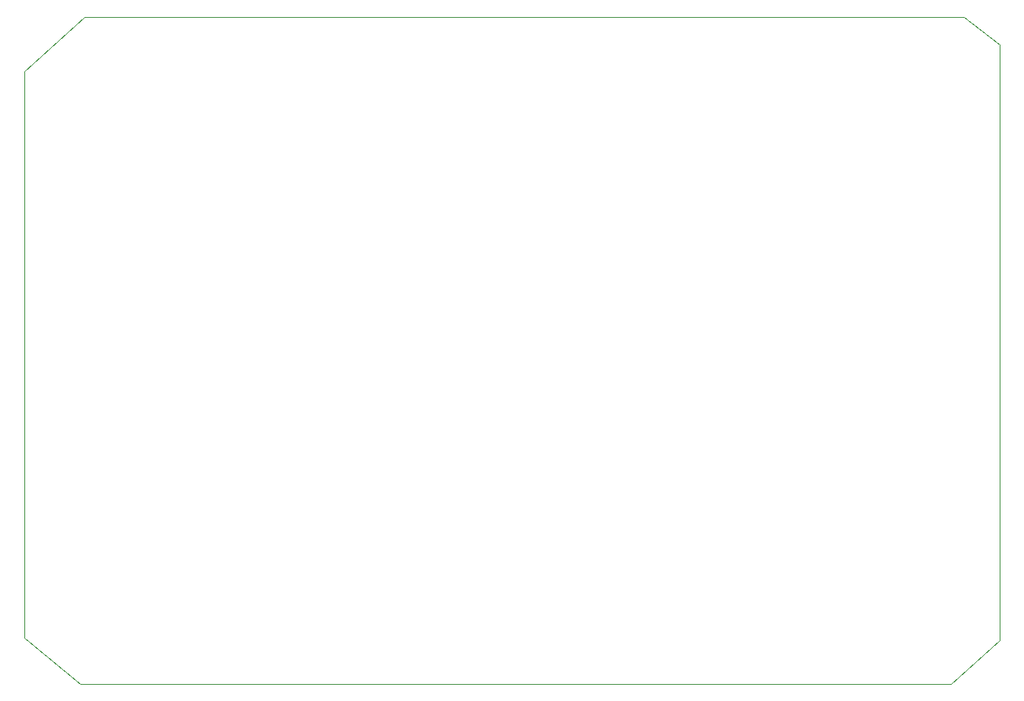
<source format=gbr>
%TF.GenerationSoftware,KiCad,Pcbnew,9.0.1*%
%TF.CreationDate,2026-01-18T13:51:59+01:00*%
%TF.ProjectId,SN76489 synth midi,534e3736-3438-4392-9073-796e7468206d,rev?*%
%TF.SameCoordinates,Original*%
%TF.FileFunction,Profile,NP*%
%FSLAX46Y46*%
G04 Gerber Fmt 4.6, Leading zero omitted, Abs format (unit mm)*
G04 Created by KiCad (PCBNEW 9.0.1) date 2026-01-18 13:51:59*
%MOMM*%
%LPD*%
G01*
G04 APERTURE LIST*
%TA.AperFunction,Profile*%
%ADD10C,0.050000*%
%TD*%
G04 APERTURE END LIST*
D10*
X84074000Y-41402000D02*
X84074000Y-100584000D01*
X185801000Y-38608000D02*
X185801000Y-100838000D01*
X185801000Y-100838000D02*
X180721000Y-105410000D01*
X84074000Y-100584000D02*
X89916000Y-105410000D01*
X90297000Y-35687000D02*
X84074000Y-41402000D01*
X90297000Y-35687000D02*
X182118000Y-35687000D01*
X180721000Y-105410000D02*
X89916000Y-105410000D01*
X182118000Y-35687000D02*
X185801000Y-38608000D01*
M02*

</source>
